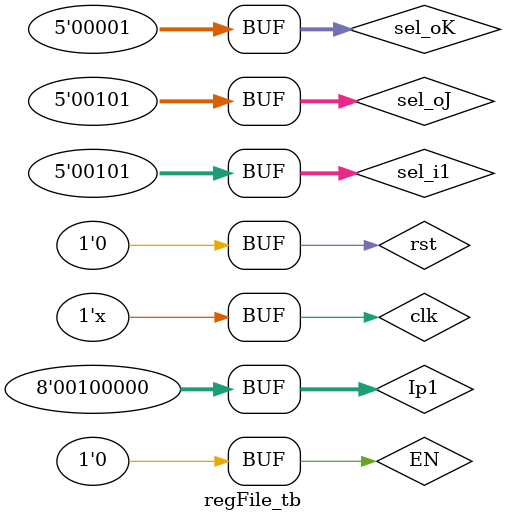
<source format=v>
module regFile( Ip1,

                sel_i1, 

                OpK,

                sel_oK, 

                OpJ,

                sel_oJ,  

                rst,
               
               	EN,

                clk

              );      

 
  input  [7:0]  Ip1; 

  input  [4:0]  sel_i1,

              sel_oK,

              sel_oJ; 


  

input  clk, EN,

       rst; 
  

  output [7:0]  OpK,

               OpJ; 

  reg  [7:0]  OpK,

             OpJ;       

  reg [7:0]  regFile [0:31]; 

  
integer i; 

wire  sen; 

assign sen = clk || rst; 

  
  
  
always @ (posedge sen) 

 begin 

  if (rst == 1) //If at reset 

   begin 

     for (i = 0; i < 32; i = i + 1) 
       
   begin
     
     regFile [i] = 8'h0; 

   end 

   	OpK = 8'h0; 

   end 
   
   

  else if (rst == 0) //If not at reset 

   begin 
     
     if (EN == 1)
       begin
       
       regFile [sel_i1] = Ip1;
       
       end 

	  
     else
       begin
      	OpJ = regFile [sel_oJ]; 

      	OpK = regFile [sel_oK]; 
 		
 		end 
  
   end 
   
   	
 end

endmodule

//Testbench/////////////////////////////////////////////////


// Code your testbench here
// or browse Examples
//`timescale 1ns / 1ps

module regFile_tb;

 // Inputs

  reg [7:0] Ip1;

  reg [4:0] sel_i1;

  reg [4:0] sel_oK;

  reg [4:0] sel_oJ;

 reg rst;
  
 reg EN;

 reg clk;

 // Outputs

  wire [7:0] OpJ;

  wire [7:0] OpK;

 // Instantiate the Unit Under Test (UUT)

 regFile uut (

               .Ip1(Ip1), 

               .sel_i1(sel_i1), 

   			   .OpJ(OpJ), 

               .sel_oJ(sel_oJ), 

               .OpK(OpK), 
 
  			   .sel_oK(sel_oK), 

   .EN(EN),
               .rst(rst), 

               .clk(clk)

              );

     always #10 clk = ~clk;
  
 initial begin
   
   $monitor(" Ip1 = %0d OPJ = %0d OPK = %0d sel_i1 = %0d sel_oJ = %0d sel_oK = %0d  reset = %0d", Ip1, OpJ, OpK, sel_i1, sel_oJ, sel_oK, rst);
   
  // Initialize Inputs

  Ip1  = 8'b0;

  sel_i1  = 5'b0;

  sel_oJ  = 5'b0;

  sel_oK  = 5'b0;

  rst  = 1'b1;

  clk  = 1'b0;
   
  EN  = 1'b0;

  // Wait 100 ns for global reset to finish

  #100;        

  // Add stimulus here

   rst  = 1'b0;

   #20;

	//rst  = 1'b1;
   EN  = 1'b0;
   
    Ip1  = 8'b00010001; //input 17 to 0
   

   sel_i1  = 5'h1;

   #20;
 EN  = 1'b1;
   Ip1  = 8'b00100000; // 32

   sel_i1  = 5'h5;
   

   #20;
 EN  = 1'b0;
   sel_oJ  = 5'h5;

   sel_oK  = 5'h1;

 end 

endmodule



</source>
